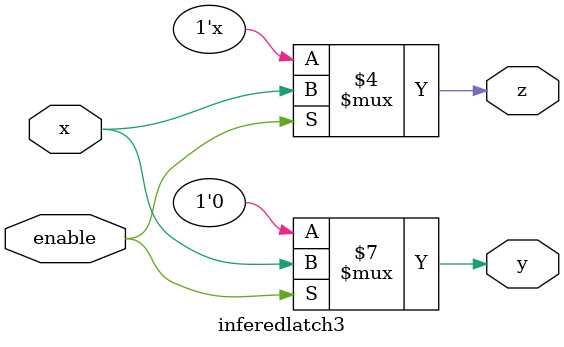
<source format=sv>
module inferedlatch3 (
        input logic x, enable,
        output logic y, z
        );
    always_comb begin
        if (enable==1) begin
            y = x;
            z = x;
        end else
            y = 0;
    end
endmodule

</source>
